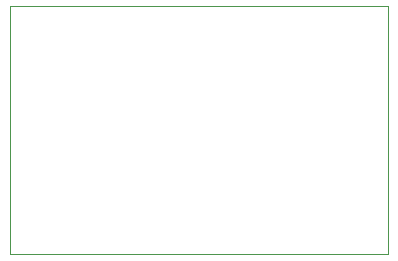
<source format=gbr>
%TF.GenerationSoftware,KiCad,Pcbnew,(6.0.7)*%
%TF.CreationDate,2022-09-02T16:32:09-04:00*%
%TF.ProjectId,GettingToBlink5.0,47657474-696e-4675-946f-426c696e6b35,rev?*%
%TF.SameCoordinates,Original*%
%TF.FileFunction,Profile,NP*%
%FSLAX46Y46*%
G04 Gerber Fmt 4.6, Leading zero omitted, Abs format (unit mm)*
G04 Created by KiCad (PCBNEW (6.0.7)) date 2022-09-02 16:32:09*
%MOMM*%
%LPD*%
G01*
G04 APERTURE LIST*
%TA.AperFunction,Profile*%
%ADD10C,0.100000*%
%TD*%
G04 APERTURE END LIST*
D10*
X160000000Y-111500000D02*
X128000000Y-111500000D01*
X128000000Y-111500000D02*
X128000000Y-90500000D01*
X128000000Y-90500000D02*
X160000000Y-90500000D01*
X160000000Y-90500000D02*
X160000000Y-111500000D01*
M02*

</source>
